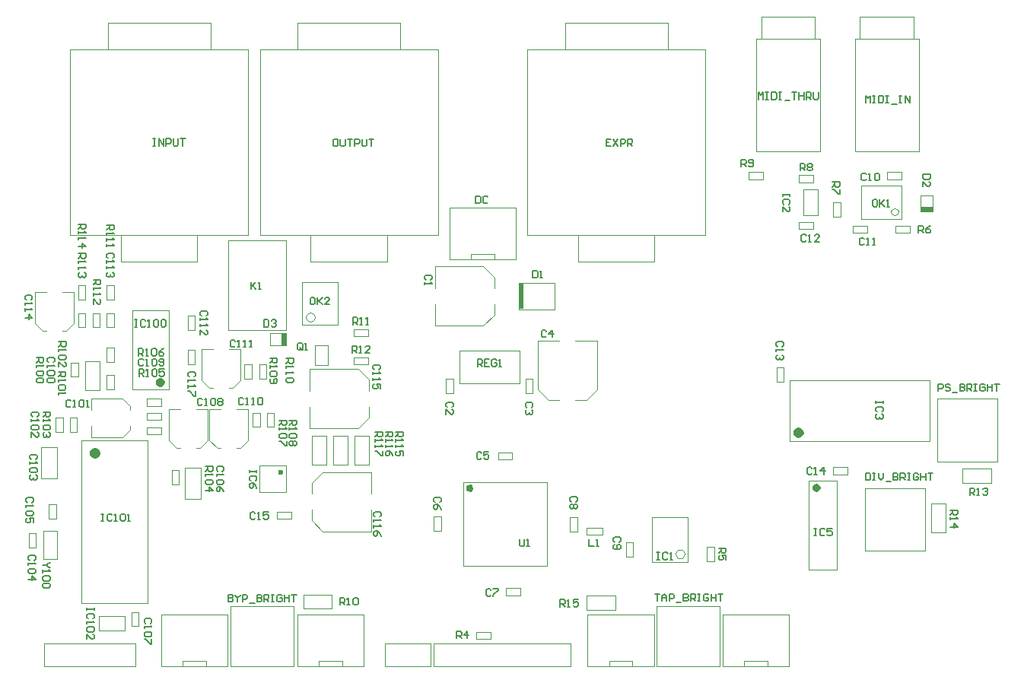
<source format=gto>
G04*
G04 #@! TF.GenerationSoftware,Altium Limited,Altium Designer,20.1.11 (218)*
G04*
G04 Layer_Color=65535*
%FSLAX25Y25*%
%MOIN*%
G70*
G04*
G04 #@! TF.SameCoordinates,FE814F26-7F82-419D-9895-0DDABB92EEBD*
G04*
G04*
G04 #@! TF.FilePolarity,Positive*
G04*
G01*
G75*
%ADD10C,0.02362*%
%ADD11C,0.01575*%
%ADD12C,0.02362*%
%ADD13C,0.00394*%
%ADD14C,0.00394*%
%ADD15C,0.00591*%
%ADD16R,0.02118X0.11417*%
%ADD17R,0.05315X0.02067*%
%ADD18R,0.02067X0.05315*%
D10*
X116345Y90672D02*
D03*
D11*
X199705Y83661D02*
X199161Y84410D01*
X198280Y84124D01*
Y83199D01*
X199161Y82912D01*
X199705Y83661D01*
D12*
X35987Y99007D02*
X35542Y99930D01*
X34543Y100158D01*
X33742Y99519D01*
Y98494D01*
X34543Y97855D01*
X35542Y98084D01*
X35987Y99007D01*
X344193Y107972D02*
X343748Y108896D01*
X342749Y109124D01*
X341948Y108485D01*
Y107460D01*
X342749Y106821D01*
X343748Y107049D01*
X344193Y107972D01*
X64138Y130095D02*
X63594Y130843D01*
X62713Y130557D01*
Y129632D01*
X63594Y129346D01*
X64138Y130095D01*
X351626Y83902D02*
X351082Y84650D01*
X350202Y84364D01*
Y83439D01*
X351082Y83153D01*
X351626Y83902D01*
D13*
X131102Y158661D02*
X130839Y159646D01*
X130118Y160366D01*
X129134Y160630D01*
X128150Y160366D01*
X127429Y159646D01*
X127165Y158661D01*
X127429Y157677D01*
X128150Y156957D01*
X129134Y156693D01*
X130118Y156957D01*
X130839Y157677D01*
X131102Y158661D01*
X386811Y204724D02*
X386510Y205650D01*
X385723Y206222D01*
X384750D01*
X383962Y205650D01*
X383662Y204724D01*
X383962Y203799D01*
X384750Y203227D01*
X385723D01*
X386510Y203799D01*
X386811Y204724D01*
X293110Y54724D02*
X292846Y55709D01*
X292126Y56429D01*
X291142Y56693D01*
X290158Y56429D01*
X289437Y55709D01*
X289173Y54724D01*
X289437Y53740D01*
X290158Y53020D01*
X291142Y52756D01*
X292126Y53020D01*
X292846Y53740D01*
X293110Y54724D01*
X118648Y81791D02*
Y93602D01*
X106837Y81791D02*
Y93602D01*
Y81791D02*
X118648D01*
X106837Y93602D02*
X118648D01*
X181772Y5531D02*
Y15531D01*
X161772Y5531D02*
Y15531D01*
Y15531D02*
X181772D01*
X161772Y5531D02*
X181772D01*
X309941Y28218D02*
X339075D01*
X309941Y5580D02*
Y28218D01*
Y5580D02*
X339075D01*
Y28218D01*
X329626Y5807D02*
Y7775D01*
X319390D02*
X329626D01*
X319390Y5807D02*
Y7775D01*
X250669Y28218D02*
X279803D01*
X250669Y5580D02*
Y28218D01*
Y5580D02*
X279803D01*
Y28218D01*
X270354Y5807D02*
Y7775D01*
X260118D02*
X270354D01*
X260118Y5807D02*
Y7775D01*
X308641Y5621D02*
Y31999D01*
X281082Y5621D02*
X308641D01*
X281082Y31999D02*
X308641D01*
X281082Y5621D02*
Y31999D01*
X403972Y95257D02*
X430350D01*
X403972D02*
Y122816D01*
X430350Y95257D02*
Y122816D01*
X403972D02*
X430350D01*
X12657Y5614D02*
X52657D01*
X12657Y15614D02*
X52657D01*
X12657Y5614D02*
Y15613D01*
X52657Y5614D02*
Y15614D01*
X183110Y15531D02*
X243110D01*
X183110Y5531D02*
X243110D01*
Y5532D02*
Y15531D01*
X183110Y5531D02*
Y15531D01*
X107122Y194685D02*
Y275787D01*
Y194685D02*
X129390D01*
Y182874D02*
Y194685D01*
Y182874D02*
X162854D01*
Y194685D01*
X129390D02*
X162854D01*
X185122D01*
Y275787D01*
X168563D02*
X185122D01*
X168563D02*
Y287401D01*
X123681D02*
X168563D01*
X123681Y275787D02*
X168563D01*
X123681D02*
Y287401D01*
X107122Y275787D02*
X123681D01*
X23992Y194685D02*
Y275787D01*
Y194685D02*
X46260D01*
Y182874D02*
Y194685D01*
Y182874D02*
X79724D01*
Y194685D01*
X46260D02*
X79724D01*
X101992D01*
Y275787D01*
X85433D02*
X101992D01*
X85433D02*
Y287401D01*
X40551D02*
X85433D01*
X40551Y275787D02*
X85433D01*
X40551D02*
Y287401D01*
X23992Y275787D02*
X40551D01*
X123504Y28317D02*
X152638D01*
X123504Y5679D02*
Y28317D01*
Y5679D02*
X152638D01*
Y28317D01*
X143189Y5906D02*
Y7874D01*
X132953D02*
X143189D01*
X132953Y5906D02*
Y7874D01*
X224327Y194685D02*
Y275787D01*
Y194685D02*
X246595D01*
Y182874D02*
Y194685D01*
Y182874D02*
X280059D01*
Y194685D01*
X246595D02*
X280059D01*
X302327D01*
Y275787D01*
X285768D02*
X302327D01*
X285768D02*
Y287401D01*
X240886D02*
X285768D01*
X240886Y275787D02*
X285768D01*
X240886D02*
Y287401D01*
X224327Y275787D02*
X240886D01*
X372110Y83661D02*
X398488D01*
Y56102D02*
Y83661D01*
X372110Y56102D02*
Y83661D01*
Y56102D02*
X398488D01*
X190276Y206663D02*
X219409D01*
X190276Y184025D02*
Y206663D01*
Y184025D02*
X219409D01*
Y206663D01*
X209961Y184252D02*
Y186220D01*
X199724D02*
X209961D01*
X199724Y184252D02*
Y186220D01*
X63779Y28317D02*
X92914D01*
X63779Y5679D02*
Y28317D01*
Y5679D02*
X92914D01*
Y28317D01*
X83464Y5906D02*
Y7874D01*
X73228D02*
X83464D01*
X73228Y5906D02*
Y7874D01*
X121919Y5621D02*
Y31999D01*
X94360Y5621D02*
X121919D01*
X94360Y31999D02*
X121919D01*
X94360Y5621D02*
Y31999D01*
X12216Y52461D02*
X18099D01*
X12205Y64973D02*
X18088D01*
X18110Y64951D01*
Y52461D02*
Y64951D01*
X12205Y52461D02*
Y64973D01*
Y52461D02*
X18110D01*
X196358Y49606D02*
Y86221D01*
Y49606D02*
X232972D01*
Y86221D01*
X196358D02*
X232972D01*
X257232Y63287D02*
Y66339D01*
X250244Y63287D02*
X257232D01*
X250244D02*
Y66339D01*
X257232D01*
X58071Y33149D02*
Y104409D01*
X28937Y33149D02*
Y104409D01*
X30906Y33149D02*
X58071D01*
X30906Y104409D02*
X58071D01*
X28937Y33149D02*
X30906D01*
X28937Y104409D02*
X30906D01*
X354619Y104234D02*
X385328D01*
X339265Y131006D02*
X400682D01*
X339265Y104234D02*
Y131006D01*
X400682Y104234D02*
Y131006D01*
X385328Y104234D02*
X400682D01*
X339265D02*
X354619D01*
X120912Y70217D02*
Y73366D01*
X114613Y70217D02*
Y73366D01*
X120912D01*
X114613Y70217D02*
X120912D01*
X324606Y280512D02*
X326772D01*
Y290354D01*
X350394D01*
Y280512D02*
Y290354D01*
X352559Y231299D02*
Y280512D01*
X324606Y231299D02*
X352559D01*
X324606D02*
Y280512D01*
X350394D02*
X352559D01*
X326772D02*
X350394D01*
X183268Y64862D02*
Y71161D01*
X186417Y64862D02*
Y71161D01*
X183268D02*
X186417D01*
X183268Y64862D02*
X186417D01*
X211417Y99311D02*
X217717D01*
X211417Y96161D02*
X217717D01*
Y99311D01*
X211417Y96161D02*
Y99311D01*
X370079Y280512D02*
X393701D01*
X395866D01*
X367913Y231299D02*
Y280512D01*
Y231299D02*
X395866D01*
Y280512D01*
X393701D02*
Y290354D01*
X370079D02*
X393701D01*
X370079Y280512D02*
Y290354D01*
X367913Y280512D02*
X370079D01*
X48028Y21177D02*
Y27476D01*
X36610D02*
X48028D01*
X36610Y21177D02*
X48028D01*
X36610D02*
Y27476D01*
X50882Y23047D02*
Y29346D01*
X54031Y23047D02*
Y29346D01*
X50882D02*
X54031D01*
X50882Y23047D02*
X54031D01*
X220472Y173425D02*
X236221D01*
X220472Y162008D02*
X236221D01*
Y173425D01*
X220472Y162008D02*
Y173425D01*
X254823Y126856D02*
Y148116D01*
X245331D02*
X254823D01*
X228838D02*
X238331D01*
X228838Y126856D02*
Y148116D01*
X245331Y122132D02*
X250098D01*
X254823Y126856D01*
X228838D02*
X233563Y122132D01*
X238331D01*
X183774Y180709D02*
X205034D01*
X183774Y171216D02*
Y180709D01*
Y154724D02*
Y164216D01*
Y154724D02*
X205034D01*
X209758Y171216D02*
Y175984D01*
X205034Y180709D02*
X209758Y175984D01*
X205034Y154724D02*
X209758Y159449D01*
Y164216D01*
X194488Y129429D02*
Y143996D01*
X220866Y129429D02*
Y143996D01*
X194488D02*
X220866D01*
X194488Y129429D02*
X220866D01*
X226673Y125098D02*
Y131398D01*
X223524Y125098D02*
Y131398D01*
Y125098D02*
X226673D01*
X223524Y131398D02*
X226673D01*
X191831Y125098D02*
Y131398D01*
X188681Y125098D02*
Y131398D01*
Y125098D02*
X191831D01*
X188681Y131398D02*
X191831D01*
X93110Y152756D02*
X118701D01*
X93110D02*
Y192126D01*
X118701D01*
Y152756D02*
Y192126D01*
X250157Y30266D02*
Y36566D01*
X262756Y30266D02*
Y36566D01*
X250157D02*
X262756D01*
X250157Y30266D02*
X262756D01*
X138681Y30709D02*
Y37008D01*
X126083Y30709D02*
Y37008D01*
Y30709D02*
X138681D01*
X126083Y37008D02*
X138681D01*
X39961Y154035D02*
Y160335D01*
X43110Y154035D02*
Y160335D01*
X39961D02*
X43110D01*
X39961Y154035D02*
X43110D01*
X67350Y126772D02*
Y161417D01*
X51350Y126772D02*
Y161417D01*
Y126772D02*
X67350D01*
X51350Y161417D02*
X67350D01*
X36909Y154035D02*
Y160335D01*
X33760Y154035D02*
Y160335D01*
Y154035D02*
X36909D01*
X33760Y160335D02*
X36909D01*
X39961Y166142D02*
Y172441D01*
X43110Y166142D02*
Y172441D01*
X39961D02*
X43110D01*
X39961Y166142D02*
X43110D01*
X27559Y154035D02*
Y160335D01*
X30709Y154035D02*
Y160335D01*
X27559D02*
X30709D01*
X27559Y154035D02*
X30709D01*
Y166142D02*
Y172441D01*
X27559Y166142D02*
Y172441D01*
Y166142D02*
X30709D01*
X27559Y172441D02*
X30709D01*
X125591Y155118D02*
X141339D01*
X125591Y174016D02*
X141339D01*
Y155118D02*
Y174016D01*
X125591Y155118D02*
Y174016D01*
X131378Y146306D02*
X136791D01*
X131378Y137645D02*
X136791D01*
X131378Y144436D02*
Y146306D01*
Y137645D02*
Y144436D01*
X136791Y137645D02*
Y146306D01*
X148327Y150197D02*
Y153347D01*
X154626Y150197D02*
Y153347D01*
X148327Y150197D02*
X154626D01*
X148327Y153347D02*
X154626D01*
X148228Y137842D02*
Y140991D01*
X154527Y137842D02*
Y140991D01*
X148228Y137842D02*
X154527D01*
X148228Y140991D02*
X154527D01*
X148637Y93898D02*
X154936D01*
X148637Y106496D02*
X154936D01*
X148637Y93898D02*
Y106496D01*
X154936Y93898D02*
Y106496D01*
X139252D02*
X145551D01*
X139252Y93898D02*
X145551D01*
Y106496D01*
X139252Y93898D02*
Y106496D01*
X129921D02*
X136221D01*
X129921Y93898D02*
X136221D01*
Y106496D01*
X129921Y93898D02*
Y106496D01*
X134730Y64665D02*
X155990D01*
Y74158D01*
Y81157D02*
Y90650D01*
X134730D02*
X155990D01*
X130006Y69390D02*
Y74158D01*
Y69390D02*
X134730Y64665D01*
X130006Y85925D02*
X134730Y90650D01*
X130006Y81157D02*
Y85925D01*
X321161Y222146D02*
X327461D01*
X321161Y218996D02*
X327461D01*
Y222146D01*
X321161Y218996D02*
Y222146D01*
X343307Y217618D02*
X349606D01*
X343307Y220768D02*
X349606D01*
X343307Y217618D02*
Y220768D01*
X349606Y217618D02*
Y220768D01*
X345177Y214567D02*
X351476D01*
X345177Y203150D02*
Y214567D01*
X351476Y203150D02*
Y214567D01*
X345177Y203150D02*
X351476D01*
X343307Y200197D02*
X349606D01*
X343307Y197047D02*
X349606D01*
Y200197D01*
X343307Y197047D02*
Y200197D01*
X396555Y211910D02*
X401870D01*
Y204823D02*
Y211910D01*
X396555Y204823D02*
X401870D01*
X396555D02*
Y211910D01*
X381791Y218996D02*
X388090D01*
X381791Y222146D02*
X388090D01*
X381791Y218996D02*
Y222146D01*
X388090Y218996D02*
Y222146D01*
X370473Y201575D02*
X388386D01*
Y216142D01*
X370473D02*
X388386D01*
X370473Y201575D02*
Y216142D01*
X361457Y202658D02*
Y208957D01*
X358307Y202658D02*
Y208957D01*
Y202658D02*
X361457D01*
X358307Y208957D02*
X361457D01*
X366929Y195473D02*
X373228D01*
X366929Y198622D02*
X373228D01*
X366929Y195473D02*
Y198622D01*
X373228Y195473D02*
Y198622D01*
X385630Y195472D02*
X391929D01*
X385630Y198622D02*
X391929D01*
X385630Y195472D02*
Y198622D01*
X391929Y195472D02*
Y198622D01*
X333465Y130118D02*
Y136417D01*
X336614Y130118D02*
Y136417D01*
X333465D02*
X336614D01*
X333465Y130118D02*
X336614D01*
X415020Y85827D02*
Y92126D01*
X427618Y85827D02*
Y92126D01*
X415020D02*
X427618D01*
X415020Y85827D02*
X427618D01*
X401181Y76772D02*
X407480D01*
X401181Y64173D02*
X407480D01*
Y76772D01*
X401181Y64173D02*
Y76772D01*
X358169Y92716D02*
X364469D01*
X358169Y89567D02*
X364469D01*
Y92716D01*
X358169Y89567D02*
Y92716D01*
X347736Y47913D02*
X359941D01*
X347736Y86890D02*
X359941D01*
Y47913D02*
Y86890D01*
X347736Y47913D02*
Y86890D01*
X306102Y51476D02*
Y57776D01*
X302953Y51476D02*
Y57776D01*
Y51476D02*
X306102D01*
X302953Y57776D02*
X306102D01*
X294685Y51181D02*
Y70866D01*
X278937Y51181D02*
Y70866D01*
X294685D01*
X278937Y51181D02*
X294685D01*
X267421Y53445D02*
Y59744D01*
X270571Y53445D02*
Y59744D01*
X267421D02*
X270571D01*
X267421Y53445D02*
X270571D01*
X246161Y64567D02*
Y70866D01*
X243012Y64567D02*
Y70866D01*
Y64567D02*
X246161D01*
X243012Y70866D02*
X246161D01*
X214961Y36614D02*
X221260D01*
X214961Y39764D02*
X221260D01*
X214961Y36614D02*
Y39764D01*
X221260Y36614D02*
Y39764D01*
X201909Y20669D02*
X208209D01*
X201909Y17520D02*
X208209D01*
Y20669D01*
X201909Y17520D02*
Y20669D01*
X75590Y152894D02*
Y159193D01*
X78740Y152894D02*
Y159193D01*
X75590D02*
X78740D01*
X75590Y152894D02*
X78740D01*
X75590Y137894D02*
Y144193D01*
X78740Y137894D02*
Y144193D01*
X75590D02*
X78740D01*
X75590Y137894D02*
X78740D01*
X95113Y127605D02*
X98460Y130952D01*
Y144535D01*
X93539Y127605D02*
X95113D01*
X93539Y144535D02*
X98460D01*
X81531D02*
X86452D01*
X84877Y127605D02*
X86452D01*
X81531Y130952D02*
X84877Y127605D01*
X81531Y130952D02*
Y144535D01*
X111559Y146161D02*
X118646D01*
Y151476D01*
X111559D02*
X118646D01*
X111559Y146161D02*
Y151476D01*
X128868Y135827D02*
X150127D01*
X128868Y126335D02*
Y135827D01*
Y109843D02*
Y119335D01*
Y109843D02*
X150127D01*
X154852Y126335D02*
Y131102D01*
X150127Y135827D02*
X154852Y131102D01*
X150127Y109843D02*
X154852Y114567D01*
Y119335D01*
X113287Y110395D02*
Y116694D01*
X110138Y110395D02*
Y116694D01*
Y110395D02*
X113287D01*
X110138Y116694D02*
X113287D01*
X103937Y110395D02*
Y116694D01*
X107087Y110395D02*
Y116694D01*
X103937D02*
X107087D01*
X103937Y110395D02*
X107087D01*
X110039Y131693D02*
Y137992D01*
X106890Y131693D02*
Y137992D01*
Y131693D02*
X110039D01*
X106890Y137992D02*
X110039D01*
X100291Y131693D02*
Y137992D01*
X103440Y131693D02*
Y137992D01*
X100291D02*
X103440D01*
X100291Y131693D02*
X103440D01*
X57480Y119587D02*
X63779D01*
X57480Y122736D02*
X63779D01*
X57480Y119587D02*
Y122736D01*
X63779Y119587D02*
Y122736D01*
X57480Y110335D02*
X63779D01*
X57480Y107185D02*
X63779D01*
Y110335D01*
X57480Y107185D02*
Y110335D01*
X98657Y101156D02*
X102003Y104502D01*
Y118085D01*
X97082Y101156D02*
X98657D01*
X97082Y118085D02*
X102003D01*
X85074D02*
X89995D01*
X88420Y101156D02*
X89995D01*
X85074Y104502D02*
X88420Y101156D01*
X85074Y104502D02*
Y118085D01*
X80905Y101156D02*
X84252Y104502D01*
Y118085D01*
X79330Y101156D02*
X80905D01*
X79330Y118085D02*
X84252D01*
X67322D02*
X72244D01*
X70669Y101156D02*
X72244D01*
X67322Y104502D02*
X70669Y101156D01*
X67322Y104502D02*
Y118085D01*
X68504Y85079D02*
Y91378D01*
X71653Y85079D02*
Y91378D01*
X68504D02*
X71653D01*
X68504Y85079D02*
X71653D01*
X74354Y78937D02*
X81354D01*
X74354Y92520D02*
X81354D01*
X74354Y78937D02*
Y92520D01*
X81354Y78937D02*
Y92520D01*
X46764Y122835D02*
X50111Y119488D01*
X33182Y122835D02*
X46764D01*
X50111Y117913D02*
Y119488D01*
X33182Y117913D02*
Y122835D01*
Y105905D02*
Y110827D01*
X50111Y109252D02*
Y110827D01*
X46765Y105905D02*
X50111Y109252D01*
X33182Y105905D02*
X46765D01*
X57480Y113386D02*
X63779D01*
X57480Y116535D02*
X63779D01*
X57480Y113386D02*
Y116535D01*
X63779Y113386D02*
Y116535D01*
X14665Y70079D02*
Y76378D01*
X17815Y70079D02*
Y76378D01*
X14665D02*
X17815D01*
X14665Y70079D02*
X17815D01*
X5807Y57480D02*
Y63779D01*
X8957Y57480D02*
Y63779D01*
X5807D02*
X8957D01*
X5807Y57480D02*
X8957D01*
X11165Y101417D02*
X18165D01*
X11165Y87835D02*
X18165D01*
Y101417D01*
X11165Y87835D02*
Y101417D01*
X23819Y108169D02*
Y114468D01*
X26969Y108169D02*
Y114468D01*
X23819D02*
X26969D01*
X23819Y108169D02*
X26969D01*
X20768D02*
Y114468D01*
X17618Y108169D02*
Y114468D01*
Y108169D02*
X20768D01*
X17618Y114468D02*
X20768D01*
X43110Y126870D02*
Y133169D01*
X39961Y126870D02*
Y133169D01*
Y126870D02*
X43110D01*
X39961Y133169D02*
X43110D01*
Y138996D02*
Y145295D01*
X39961Y138996D02*
Y145295D01*
Y138996D02*
X43110D01*
X39961Y145295D02*
X43110D01*
X36922Y126476D02*
Y139075D01*
X30623Y126476D02*
Y139075D01*
X36922D01*
X30623Y126476D02*
X36922D01*
X27559Y132382D02*
Y138681D01*
X24409Y132382D02*
Y138681D01*
Y132382D02*
X27559D01*
X24409Y138681D02*
X27559D01*
X22146Y152645D02*
X25492Y155991D01*
Y169574D01*
X20571Y152645D02*
X22146D01*
X20571Y169574D02*
X25492D01*
X8563D02*
X13484D01*
X11909Y152645D02*
X13484D01*
X8563Y155991D02*
X11909Y152645D01*
X8563Y155991D02*
Y169574D01*
D14*
X81791Y93504D02*
D03*
X11122Y86850D02*
D03*
D15*
X105708Y91534D02*
Y90485D01*
Y91009D01*
X102560D01*
Y91534D01*
Y90485D01*
X105183Y86811D02*
X105708Y87336D01*
Y88386D01*
X105183Y88910D01*
X103084D01*
X102560Y88386D01*
Y87336D01*
X103084Y86811D01*
X105708Y83663D02*
X105183Y84712D01*
X104134Y85762D01*
X103084D01*
X102560Y85237D01*
Y84187D01*
X103084Y83663D01*
X103609D01*
X104134Y84187D01*
Y85762D01*
X260894Y236614D02*
X258794D01*
Y233465D01*
X260894D01*
X258794Y235039D02*
X259844D01*
X261943Y236614D02*
X264042Y233465D01*
Y236614D02*
X261943Y233465D01*
X265092D02*
Y236614D01*
X266666D01*
X267191Y236089D01*
Y235039D01*
X266666Y234515D01*
X265092D01*
X268240Y233465D02*
Y236614D01*
X269815D01*
X270339Y236089D01*
Y235039D01*
X269815Y234515D01*
X268240D01*
X269290D02*
X270339Y233465D01*
X251346Y61358D02*
Y58209D01*
X253445D01*
X254494D02*
X255544D01*
X255019D01*
Y61358D01*
X254494Y60833D01*
X245636Y77690D02*
X246161Y78215D01*
Y79264D01*
X245636Y79789D01*
X243537D01*
X243012Y79264D01*
Y78215D01*
X243537Y77690D01*
X245636Y76641D02*
X246161Y76116D01*
Y75066D01*
X245636Y74541D01*
X245111D01*
X244587Y75066D01*
X244062Y74541D01*
X243537D01*
X243012Y75066D01*
Y76116D01*
X243537Y76641D01*
X244062D01*
X244587Y76116D01*
X245111Y76641D01*
X245636D01*
X244587Y76116D02*
Y75066D01*
X105053Y72605D02*
X104528Y73129D01*
X103479D01*
X102954Y72605D01*
Y70506D01*
X103479Y69981D01*
X104528D01*
X105053Y70506D01*
X106103Y69981D02*
X107152D01*
X106627D01*
Y73129D01*
X106103Y72605D01*
X110826Y73129D02*
X108726D01*
Y71555D01*
X109776Y72080D01*
X110301D01*
X110826Y71555D01*
Y70506D01*
X110301Y69981D01*
X109251D01*
X108726Y70506D01*
X37600Y72342D02*
X38650D01*
X38125D01*
Y69193D01*
X37600D01*
X38650D01*
X42323Y71817D02*
X41799Y72342D01*
X40749D01*
X40224Y71817D01*
Y69718D01*
X40749Y69193D01*
X41799D01*
X42323Y69718D01*
X43373Y69193D02*
X44422D01*
X43898D01*
Y72342D01*
X43373Y71817D01*
X45997D02*
X46521Y72342D01*
X47571D01*
X48096Y71817D01*
Y69718D01*
X47571Y69193D01*
X46521D01*
X45997Y69718D01*
Y71817D01*
X49145Y69193D02*
X50195D01*
X49670D01*
Y72342D01*
X49145Y71817D01*
X147541Y142862D02*
Y146010D01*
X149115D01*
X149640Y145486D01*
Y144436D01*
X149115Y143912D01*
X147541D01*
X148590D02*
X149640Y142862D01*
X150689D02*
X151739D01*
X151214D01*
Y146010D01*
X150689Y145486D01*
X155412Y142862D02*
X153313D01*
X155412Y144961D01*
Y145486D01*
X154887Y146010D01*
X153838D01*
X153313Y145486D01*
X15157Y50884D02*
X14632D01*
X13583Y49834D01*
X14632Y48785D01*
X15157D01*
X13583Y49834D02*
X12008D01*
Y47735D02*
Y46686D01*
Y47211D01*
X15157D01*
X14632Y47735D01*
Y45112D02*
X15157Y44587D01*
Y43537D01*
X14632Y43013D01*
X12533D01*
X12008Y43537D01*
Y44587D01*
X12533Y45112D01*
X14632D01*
Y41963D02*
X15157Y41438D01*
Y40389D01*
X14632Y39864D01*
X12533D01*
X12008Y40389D01*
Y41438D01*
X12533Y41963D01*
X14632D01*
X147869Y155315D02*
Y158464D01*
X149443D01*
X149968Y157939D01*
Y156890D01*
X149443Y156365D01*
X147869D01*
X148918D02*
X149968Y155315D01*
X151017D02*
X152067D01*
X151542D01*
Y158464D01*
X151017Y157939D01*
X153641Y155315D02*
X154691D01*
X154166D01*
Y158464D01*
X153641Y157939D01*
X220932Y61318D02*
Y58695D01*
X221457Y58170D01*
X222507D01*
X223031Y58695D01*
Y61318D01*
X224081Y58170D02*
X225131D01*
X224606D01*
Y61318D01*
X224081Y60794D01*
X202430Y136910D02*
Y140059D01*
X204004D01*
X204529Y139534D01*
Y138484D01*
X204004Y137960D01*
X202430D01*
X203479D02*
X204529Y136910D01*
X207677Y140059D02*
X205578D01*
Y136910D01*
X207677D01*
X205578Y138484D02*
X206628D01*
X210826Y139534D02*
X210301Y140059D01*
X209251D01*
X208727Y139534D01*
Y137435D01*
X209251Y136910D01*
X210301D01*
X210826Y137435D01*
Y138484D01*
X209776D01*
X211875Y136910D02*
X212925D01*
X212400D01*
Y140059D01*
X211875Y139534D01*
X308170Y57320D02*
X311318D01*
Y55746D01*
X310794Y55221D01*
X309744D01*
X309219Y55746D01*
Y57320D01*
Y56270D02*
X308170Y55221D01*
X311318Y52072D02*
Y54171D01*
X309744D01*
X310269Y53122D01*
Y52597D01*
X309744Y52072D01*
X308695D01*
X308170Y52597D01*
Y53646D01*
X308695Y54171D01*
X357973Y217781D02*
X361122D01*
Y216207D01*
X360597Y215682D01*
X359547D01*
X359022Y216207D01*
Y217781D01*
Y216732D02*
X357973Y215682D01*
X361122Y214633D02*
Y212534D01*
X360597D01*
X358498Y214633D01*
X357973D01*
X418112Y80512D02*
Y83661D01*
X419686D01*
X420211Y83136D01*
Y82087D01*
X419686Y81562D01*
X418112D01*
X419161D02*
X420211Y80512D01*
X421260D02*
X422310D01*
X421785D01*
Y83661D01*
X421260Y83136D01*
X423884D02*
X424409Y83661D01*
X425458D01*
X425983Y83136D01*
Y82611D01*
X425458Y82087D01*
X424933D01*
X425458D01*
X425983Y81562D01*
Y81037D01*
X425458Y80512D01*
X424409D01*
X423884Y81037D01*
X193341Y17717D02*
Y20866D01*
X194915D01*
X195440Y20341D01*
Y19291D01*
X194915Y18767D01*
X193341D01*
X194390D02*
X195440Y17717D01*
X198064D02*
Y20866D01*
X196489Y19291D01*
X198588D01*
X280123Y37270D02*
X282222D01*
X281172D01*
Y34121D01*
X283272D02*
Y36220D01*
X284321Y37270D01*
X285371Y36220D01*
Y34121D01*
Y35695D01*
X283272D01*
X286420Y34121D02*
Y37270D01*
X287994D01*
X288519Y36745D01*
Y35695D01*
X287994Y35171D01*
X286420D01*
X289569Y33596D02*
X291668D01*
X292717Y37270D02*
Y34121D01*
X294292D01*
X294816Y34646D01*
Y35171D01*
X294292Y35695D01*
X292717D01*
X294292D01*
X294816Y36220D01*
Y36745D01*
X294292Y37270D01*
X292717D01*
X295866Y34121D02*
Y37270D01*
X297440D01*
X297965Y36745D01*
Y35695D01*
X297440Y35171D01*
X295866D01*
X296915D02*
X297965Y34121D01*
X299014Y37270D02*
X300064D01*
X299539D01*
Y34121D01*
X299014D01*
X300064D01*
X303737Y36745D02*
X303213Y37270D01*
X302163D01*
X301638Y36745D01*
Y34646D01*
X302163Y34121D01*
X303213D01*
X303737Y34646D01*
Y35695D01*
X302688D01*
X304787Y37270D02*
Y34121D01*
Y35695D01*
X306886D01*
Y37270D01*
Y34121D01*
X307935Y37270D02*
X310034D01*
X308985D01*
Y34121D01*
X142226Y32382D02*
Y35531D01*
X143800D01*
X144325Y35006D01*
Y33957D01*
X143800Y33432D01*
X142226D01*
X143275D02*
X144325Y32382D01*
X145374D02*
X146424D01*
X145899D01*
Y35531D01*
X145374Y35006D01*
X147998D02*
X148523Y35531D01*
X149572D01*
X150097Y35006D01*
Y32907D01*
X149572Y32382D01*
X148523D01*
X147998Y32907D01*
Y35006D01*
X318045Y224508D02*
Y227657D01*
X319620D01*
X320145Y227132D01*
Y226083D01*
X319620Y225558D01*
X318045D01*
X319095D02*
X320145Y224508D01*
X321194Y225033D02*
X321719Y224508D01*
X322768D01*
X323293Y225033D01*
Y227132D01*
X322768Y227657D01*
X321719D01*
X321194Y227132D01*
Y226607D01*
X321719Y226083D01*
X323293D01*
X409646Y74015D02*
X412795D01*
Y72440D01*
X412270Y71915D01*
X411221D01*
X410696Y72440D01*
Y74015D01*
Y72965D02*
X409646Y71915D01*
Y70866D02*
Y69816D01*
Y70341D01*
X412795D01*
X412270Y70866D01*
X409646Y66668D02*
X412795D01*
X411221Y68242D01*
Y66143D01*
X404324Y126139D02*
Y129287D01*
X405899D01*
X406424Y128762D01*
Y127713D01*
X405899Y127188D01*
X404324D01*
X409572Y128762D02*
X409047Y129287D01*
X407998D01*
X407473Y128762D01*
Y128238D01*
X407998Y127713D01*
X409047D01*
X409572Y127188D01*
Y126663D01*
X409047Y126139D01*
X407998D01*
X407473Y126663D01*
X410622Y125614D02*
X412721D01*
X413770Y129287D02*
Y126139D01*
X415344D01*
X415869Y126663D01*
Y127188D01*
X415344Y127713D01*
X413770D01*
X415344D01*
X415869Y128238D01*
Y128762D01*
X415344Y129287D01*
X413770D01*
X416919Y126139D02*
Y129287D01*
X418493D01*
X419018Y128762D01*
Y127713D01*
X418493Y127188D01*
X416919D01*
X417968D02*
X419018Y126139D01*
X420067Y129287D02*
X421117D01*
X420592D01*
Y126139D01*
X420067D01*
X421117D01*
X424790Y128762D02*
X424265Y129287D01*
X423216D01*
X422691Y128762D01*
Y126663D01*
X423216Y126139D01*
X424265D01*
X424790Y126663D01*
Y127713D01*
X423741D01*
X425840Y129287D02*
Y126139D01*
Y127713D01*
X427939D01*
Y129287D01*
Y126139D01*
X428988Y129287D02*
X431087D01*
X430038D01*
Y126139D01*
X395703Y195473D02*
Y198621D01*
X397277D01*
X397802Y198097D01*
Y197047D01*
X397277Y196522D01*
X395703D01*
X396753D02*
X397802Y195473D01*
X400951Y198621D02*
X399901Y198097D01*
X398851Y197047D01*
Y195998D01*
X399376Y195473D01*
X400426D01*
X400951Y195998D01*
Y196522D01*
X400426Y197047D01*
X398851D01*
X372524Y90187D02*
Y87039D01*
X374099D01*
X374623Y87563D01*
Y89662D01*
X374099Y90187D01*
X372524D01*
X375673D02*
X376723D01*
X376198D01*
Y87039D01*
X375673D01*
X376723D01*
X378297Y90187D02*
Y88088D01*
X379346Y87039D01*
X380396Y88088D01*
Y90187D01*
X381445Y86514D02*
X383544D01*
X384594Y90187D02*
Y87039D01*
X386168D01*
X386693Y87563D01*
Y88088D01*
X386168Y88613D01*
X384594D01*
X386168D01*
X386693Y89138D01*
Y89662D01*
X386168Y90187D01*
X384594D01*
X387743Y87039D02*
Y90187D01*
X389317D01*
X389842Y89662D01*
Y88613D01*
X389317Y88088D01*
X387743D01*
X388792D02*
X389842Y87039D01*
X390891Y90187D02*
X391941D01*
X391416D01*
Y87039D01*
X390891D01*
X391941D01*
X395614Y89662D02*
X395089Y90187D01*
X394040D01*
X393515Y89662D01*
Y87563D01*
X394040Y87039D01*
X395089D01*
X395614Y87563D01*
Y88613D01*
X394565D01*
X396664Y90187D02*
Y87039D01*
Y88613D01*
X398763D01*
Y90187D01*
Y87039D01*
X399812Y90187D02*
X401911D01*
X400862D01*
Y87039D01*
X343931Y222737D02*
Y225885D01*
X345506D01*
X346030Y225361D01*
Y224311D01*
X345506Y223786D01*
X343931D01*
X344981D02*
X346030Y222737D01*
X347080Y225361D02*
X347605Y225885D01*
X348654D01*
X349179Y225361D01*
Y224836D01*
X348654Y224311D01*
X349179Y223786D01*
Y223261D01*
X348654Y222737D01*
X347605D01*
X347080Y223261D01*
Y223786D01*
X347605Y224311D01*
X347080Y224836D01*
Y225361D01*
X347605Y224311D02*
X348654D01*
X238675Y31693D02*
Y34842D01*
X240249D01*
X240774Y34317D01*
Y33268D01*
X240249Y32743D01*
X238675D01*
X239725D02*
X240774Y31693D01*
X241824D02*
X242873D01*
X242349D01*
Y34842D01*
X241824Y34317D01*
X246547Y34842D02*
X244447D01*
Y33268D01*
X245497Y33792D01*
X246022D01*
X246547Y33268D01*
Y32218D01*
X246022Y31693D01*
X244972D01*
X244447Y32218D01*
X157678Y108200D02*
X160826D01*
Y106626D01*
X160301Y106101D01*
X159252D01*
X158727Y106626D01*
Y108200D01*
Y107151D02*
X157678Y106101D01*
Y105052D02*
Y104002D01*
Y104527D01*
X160826D01*
X160301Y105052D01*
X157678Y102428D02*
Y101378D01*
Y101903D01*
X160826D01*
X160301Y102428D01*
X160826Y99804D02*
Y97705D01*
X160301D01*
X158202Y99804D01*
X157678D01*
X162205Y108200D02*
X165354D01*
Y106626D01*
X164829Y106101D01*
X163779D01*
X163255Y106626D01*
Y108200D01*
Y107151D02*
X162205Y106101D01*
Y105052D02*
Y104002D01*
Y104527D01*
X165354D01*
X164829Y105052D01*
X162205Y102428D02*
Y101378D01*
Y101903D01*
X165354D01*
X164829Y102428D01*
X165354Y97705D02*
X164829Y98755D01*
X163779Y99804D01*
X162730D01*
X162205Y99279D01*
Y98230D01*
X162730Y97705D01*
X163255D01*
X163779Y98230D01*
Y99804D01*
X166634Y108200D02*
X169783D01*
Y106626D01*
X169258Y106101D01*
X168209D01*
X167684Y106626D01*
Y108200D01*
Y107151D02*
X166634Y106101D01*
Y105052D02*
Y104002D01*
Y104527D01*
X169783D01*
X169258Y105052D01*
X166634Y102428D02*
Y101378D01*
Y101903D01*
X169783D01*
X169258Y102428D01*
X169783Y97705D02*
Y99804D01*
X168209D01*
X168733Y98755D01*
Y98230D01*
X168209Y97705D01*
X167159D01*
X166634Y98230D01*
Y99279D01*
X167159Y99804D01*
X27658Y199342D02*
X30807D01*
Y197768D01*
X30282Y197243D01*
X29232D01*
X28708Y197768D01*
Y199342D01*
Y198293D02*
X27658Y197243D01*
Y196194D02*
Y195144D01*
Y195669D01*
X30807D01*
X30282Y196194D01*
X27658Y193570D02*
Y192520D01*
Y193045D01*
X30807D01*
X30282Y193570D01*
X27658Y189372D02*
X30807D01*
X29232Y190946D01*
Y188847D01*
X27658Y186448D02*
X30807D01*
Y184874D01*
X30282Y184349D01*
X29232D01*
X28708Y184874D01*
Y186448D01*
Y185399D02*
X27658Y184349D01*
Y183300D02*
Y182250D01*
Y182775D01*
X30807D01*
X30282Y183300D01*
X27658Y180676D02*
Y179627D01*
Y180151D01*
X30807D01*
X30282Y180676D01*
Y178052D02*
X30807Y177527D01*
Y176478D01*
X30282Y175953D01*
X29757D01*
X29232Y176478D01*
Y177003D01*
Y176478D01*
X28708Y175953D01*
X28183D01*
X27658Y176478D01*
Y177527D01*
X28183Y178052D01*
X34253Y174822D02*
X37401D01*
Y173247D01*
X36876Y172723D01*
X35827D01*
X35302Y173247D01*
Y174822D01*
Y173772D02*
X34253Y172723D01*
Y171673D02*
Y170624D01*
Y171148D01*
X37401D01*
X36876Y171673D01*
X34253Y169049D02*
Y168000D01*
Y168525D01*
X37401D01*
X36876Y169049D01*
X34253Y164326D02*
Y166425D01*
X36351Y164326D01*
X36876D01*
X37401Y164851D01*
Y165901D01*
X36876Y166425D01*
X40060Y198817D02*
X43208D01*
Y197243D01*
X42683Y196718D01*
X41634D01*
X41109Y197243D01*
Y198817D01*
Y197768D02*
X40060Y196718D01*
Y195669D02*
Y194619D01*
Y195144D01*
X43208D01*
X42683Y195669D01*
X40060Y193045D02*
Y191995D01*
Y192520D01*
X43208D01*
X42683Y193045D01*
X40060Y190421D02*
Y189372D01*
Y189896D01*
X43208D01*
X42683Y190421D01*
X118603Y140385D02*
X121751D01*
Y138811D01*
X121227Y138286D01*
X120177D01*
X119652Y138811D01*
Y140385D01*
Y139336D02*
X118603Y138286D01*
Y137237D02*
Y136187D01*
Y136712D01*
X121751D01*
X121227Y137237D01*
X118603Y134613D02*
Y133563D01*
Y134088D01*
X121751D01*
X121227Y134613D01*
Y131989D02*
X121751Y131464D01*
Y130415D01*
X121227Y129890D01*
X119128D01*
X118603Y130415D01*
Y131464D01*
X119128Y131989D01*
X121227D01*
X111508Y140549D02*
X114657D01*
Y138975D01*
X114132Y138450D01*
X113083D01*
X112558Y138975D01*
Y140549D01*
Y139500D02*
X111508Y138450D01*
Y137401D02*
Y136351D01*
Y136876D01*
X114657D01*
X114132Y137401D01*
Y134777D02*
X114657Y134252D01*
Y133203D01*
X114132Y132678D01*
X112033D01*
X111508Y133203D01*
Y134252D01*
X112033Y134777D01*
X114132D01*
X112033Y131628D02*
X111508Y131104D01*
Y130054D01*
X112033Y129529D01*
X114132D01*
X114657Y130054D01*
Y131104D01*
X114132Y131628D01*
X113607D01*
X113083Y131104D01*
Y129529D01*
X120079Y113286D02*
X123228D01*
Y111711D01*
X122703Y111187D01*
X121653D01*
X121129Y111711D01*
Y113286D01*
Y112236D02*
X120079Y111187D01*
Y110137D02*
Y109088D01*
Y109612D01*
X123228D01*
X122703Y110137D01*
Y107513D02*
X123228Y106988D01*
Y105939D01*
X122703Y105414D01*
X120604D01*
X120079Y105939D01*
Y106988D01*
X120604Y107513D01*
X122703D01*
Y104365D02*
X123228Y103840D01*
Y102790D01*
X122703Y102266D01*
X122178D01*
X121653Y102790D01*
X121129Y102266D01*
X120604D01*
X120079Y102790D01*
Y103840D01*
X120604Y104365D01*
X121129D01*
X121653Y103840D01*
X122178Y104365D01*
X122703D01*
X121653Y103840D02*
Y102790D01*
X115650Y113286D02*
X118799D01*
Y111711D01*
X118274Y111187D01*
X117224D01*
X116700Y111711D01*
Y113286D01*
Y112236D02*
X115650Y111187D01*
Y110137D02*
Y109088D01*
Y109612D01*
X118799D01*
X118274Y110137D01*
Y107513D02*
X118799Y106988D01*
Y105939D01*
X118274Y105414D01*
X116175D01*
X115650Y105939D01*
Y106988D01*
X116175Y107513D01*
X118274D01*
X118799Y104365D02*
Y102266D01*
X118274D01*
X116175Y104365D01*
X115650D01*
X53939Y141634D02*
Y144783D01*
X55513D01*
X56038Y144258D01*
Y143209D01*
X55513Y142684D01*
X53939D01*
X54988D02*
X56038Y141634D01*
X57087D02*
X58137D01*
X57612D01*
Y144783D01*
X57087Y144258D01*
X59711D02*
X60236Y144783D01*
X61286D01*
X61810Y144258D01*
Y142159D01*
X61286Y141634D01*
X60236D01*
X59711Y142159D01*
Y144258D01*
X64959Y144783D02*
X63909Y144258D01*
X62860Y143209D01*
Y142159D01*
X63385Y141634D01*
X64434D01*
X64959Y142159D01*
Y142684D01*
X64434Y143209D01*
X62860D01*
X54136Y132678D02*
Y135826D01*
X55710D01*
X56235Y135301D01*
Y134252D01*
X55710Y133727D01*
X54136D01*
X55185D02*
X56235Y132678D01*
X57284D02*
X58334D01*
X57809D01*
Y135826D01*
X57284Y135301D01*
X59908D02*
X60433Y135826D01*
X61482D01*
X62007Y135301D01*
Y133202D01*
X61482Y132678D01*
X60433D01*
X59908Y133202D01*
Y135301D01*
X65156Y135826D02*
X63057D01*
Y134252D01*
X64106Y134777D01*
X64631D01*
X65156Y134252D01*
Y133202D01*
X64631Y132678D01*
X63581D01*
X63057Y133202D01*
X83303Y93108D02*
X86452D01*
Y91534D01*
X85927Y91009D01*
X84877D01*
X84352Y91534D01*
Y93108D01*
Y92059D02*
X83303Y91009D01*
Y89960D02*
Y88910D01*
Y89435D01*
X86452D01*
X85927Y89960D01*
Y87336D02*
X86452Y86811D01*
Y85762D01*
X85927Y85237D01*
X83828D01*
X83303Y85762D01*
Y86811D01*
X83828Y87336D01*
X85927D01*
X83303Y82613D02*
X86452D01*
X84877Y84188D01*
Y82088D01*
X12107Y117026D02*
X15255D01*
Y115452D01*
X14731Y114927D01*
X13681D01*
X13156Y115452D01*
Y117026D01*
Y115976D02*
X12107Y114927D01*
Y113877D02*
Y112828D01*
Y113352D01*
X15255D01*
X14731Y113877D01*
Y111253D02*
X15255Y110729D01*
Y109679D01*
X14731Y109154D01*
X12632D01*
X12107Y109679D01*
Y110729D01*
X12632Y111253D01*
X14731D01*
Y108105D02*
X15255Y107580D01*
Y106530D01*
X14731Y106006D01*
X14206D01*
X13681Y106530D01*
Y107055D01*
Y106530D01*
X13156Y106006D01*
X12632D01*
X12107Y106530D01*
Y107580D01*
X12632Y108105D01*
X18997Y147734D02*
X22145D01*
Y146160D01*
X21620Y145635D01*
X20571D01*
X20046Y146160D01*
Y147734D01*
Y146685D02*
X18997Y145635D01*
Y144586D02*
Y143536D01*
Y144061D01*
X22145D01*
X21620Y144586D01*
Y141962D02*
X22145Y141437D01*
Y140388D01*
X21620Y139863D01*
X19521D01*
X18997Y140388D01*
Y141437D01*
X19521Y141962D01*
X21620D01*
X18997Y136714D02*
Y138813D01*
X21096Y136714D01*
X21620D01*
X22145Y137239D01*
Y138289D01*
X21620Y138813D01*
X18800Y134513D02*
X21948D01*
Y132939D01*
X21424Y132414D01*
X20374D01*
X19849Y132939D01*
Y134513D01*
Y133463D02*
X18800Y132414D01*
Y131364D02*
Y130315D01*
Y130840D01*
X21948D01*
X21424Y131364D01*
Y128740D02*
X21948Y128216D01*
Y127166D01*
X21424Y126641D01*
X19324D01*
X18800Y127166D01*
Y128216D01*
X19324Y128740D01*
X21424D01*
X18800Y125592D02*
Y124542D01*
Y125067D01*
X21948D01*
X21424Y125592D01*
X9252Y140746D02*
X12401D01*
Y139172D01*
X11876Y138647D01*
X10827D01*
X10302Y139172D01*
Y140746D01*
Y139697D02*
X9252Y138647D01*
Y137598D02*
Y136548D01*
Y137073D01*
X12401D01*
X11876Y137598D01*
Y134974D02*
X12401Y134449D01*
Y133399D01*
X11876Y132875D01*
X9777D01*
X9252Y133399D01*
Y134449D01*
X9777Y134974D01*
X11876D01*
Y131825D02*
X12401Y131300D01*
Y130251D01*
X11876Y129726D01*
X9777D01*
X9252Y130251D01*
Y131300D01*
X9777Y131825D01*
X11876D01*
X125787Y144622D02*
Y146721D01*
X125263Y147246D01*
X124213D01*
X123688Y146721D01*
Y144622D01*
X124213Y144097D01*
X125263D01*
X124738Y145147D02*
X125787Y144097D01*
X125263D02*
X125787Y144622D01*
X126837Y144097D02*
X127886D01*
X127362D01*
Y147246D01*
X126837Y146721D01*
X140783Y236614D02*
X139734D01*
X139209Y236089D01*
Y233990D01*
X139734Y233465D01*
X140783D01*
X141308Y233990D01*
Y236089D01*
X140783Y236614D01*
X142358D02*
Y233990D01*
X142882Y233465D01*
X143932D01*
X144457Y233990D01*
Y236614D01*
X145506D02*
X147605D01*
X146556D01*
Y233465D01*
X148655D02*
Y236614D01*
X150229D01*
X150754Y236089D01*
Y235039D01*
X150229Y234515D01*
X148655D01*
X151803Y236614D02*
Y233990D01*
X152328Y233465D01*
X153378D01*
X153902Y233990D01*
Y236614D01*
X154952D02*
X157051D01*
X156001D01*
Y233465D01*
X377133Y210039D02*
X376084D01*
X375559Y209514D01*
Y207415D01*
X376084Y206890D01*
X377133D01*
X377658Y207415D01*
Y209514D01*
X377133Y210039D01*
X378708D02*
Y206890D01*
Y207940D01*
X380807Y210039D01*
X379232Y208465D01*
X380807Y206890D01*
X381856D02*
X382906D01*
X382381D01*
Y210039D01*
X381856Y209514D01*
X325562Y253905D02*
Y257053D01*
X326611Y256004D01*
X327661Y257053D01*
Y253905D01*
X328711Y257053D02*
X329760D01*
X329235D01*
Y253905D01*
X328711D01*
X329760D01*
X331334Y257053D02*
Y253905D01*
X332909D01*
X333433Y254429D01*
Y256528D01*
X332909Y257053D01*
X331334D01*
X334483D02*
X335532D01*
X335008D01*
Y253905D01*
X334483D01*
X335532D01*
X337107Y253380D02*
X339206D01*
X340255Y257053D02*
X342354D01*
X341305D01*
Y253905D01*
X343404Y257053D02*
Y253905D01*
Y255479D01*
X345503D01*
Y257053D01*
Y253905D01*
X346553D02*
Y257053D01*
X348127D01*
X348652Y256528D01*
Y255479D01*
X348127Y254954D01*
X346553D01*
X347602D02*
X348652Y253905D01*
X349701Y257053D02*
Y254429D01*
X350226Y253905D01*
X351275D01*
X351800Y254429D01*
Y257053D01*
X372477Y252527D02*
Y255675D01*
X373526Y254626D01*
X374576Y255675D01*
Y252527D01*
X375625Y255675D02*
X376675D01*
X376150D01*
Y252527D01*
X375625D01*
X376675D01*
X378249Y255675D02*
Y252527D01*
X379824D01*
X380348Y253051D01*
Y255151D01*
X379824Y255675D01*
X378249D01*
X381398D02*
X382447D01*
X381923D01*
Y252527D01*
X381398D01*
X382447D01*
X384022Y252002D02*
X386121D01*
X387170Y255675D02*
X388220D01*
X387695D01*
Y252527D01*
X387170D01*
X388220D01*
X389794D02*
Y255675D01*
X391893Y252527D01*
Y255675D01*
X130742Y167224D02*
X129693D01*
X129168Y166699D01*
Y164600D01*
X129693Y164075D01*
X130742D01*
X131267Y164600D01*
Y166699D01*
X130742Y167224D01*
X132317D02*
Y164075D01*
Y165125D01*
X134416Y167224D01*
X132841Y165650D01*
X134416Y164075D01*
X137564D02*
X135465D01*
X137564Y166174D01*
Y166699D01*
X137039Y167224D01*
X135990D01*
X135465Y166699D01*
X103314Y174015D02*
Y170867D01*
Y171916D01*
X105413Y174015D01*
X103839Y172441D01*
X105413Y170867D01*
X106463D02*
X107512D01*
X106988D01*
Y174015D01*
X106463Y173491D01*
X60266Y236712D02*
X61316D01*
X60791D01*
Y233563D01*
X60266D01*
X61316D01*
X62890D02*
Y236712D01*
X64989Y233563D01*
Y236712D01*
X66039Y233563D02*
Y236712D01*
X67613D01*
X68138Y236187D01*
Y235138D01*
X67613Y234613D01*
X66039D01*
X69187Y236712D02*
Y234088D01*
X69712Y233563D01*
X70761D01*
X71286Y234088D01*
Y236712D01*
X72336D02*
X74435D01*
X73385D01*
Y233563D01*
X349903Y65944D02*
X350952D01*
X350428D01*
Y62796D01*
X349903D01*
X350952D01*
X354626Y65420D02*
X354101Y65944D01*
X353051D01*
X352527Y65420D01*
Y63321D01*
X353051Y62796D01*
X354101D01*
X354626Y63321D01*
X357774Y65944D02*
X355675D01*
Y64370D01*
X356725Y64895D01*
X357249D01*
X357774Y64370D01*
Y63321D01*
X357249Y62796D01*
X356200D01*
X355675Y63321D01*
X281038Y55413D02*
X282087D01*
X281563D01*
Y52264D01*
X281038D01*
X282087D01*
X285761Y54888D02*
X285236Y55413D01*
X284186D01*
X283662Y54888D01*
Y52789D01*
X284186Y52264D01*
X285236D01*
X285761Y52789D01*
X286810Y52264D02*
X287860D01*
X287335D01*
Y55413D01*
X286810Y54888D01*
X380216Y121849D02*
Y120800D01*
Y121324D01*
X377067D01*
Y121849D01*
Y120800D01*
X379691Y117126D02*
X380216Y117651D01*
Y118701D01*
X379691Y119225D01*
X377592D01*
X377067Y118701D01*
Y117651D01*
X377592Y117126D01*
X379691Y116077D02*
X380216Y115552D01*
Y114502D01*
X379691Y113978D01*
X379167D01*
X378642Y114502D01*
Y115027D01*
Y114502D01*
X378117Y113978D01*
X377592D01*
X377067Y114502D01*
Y115552D01*
X377592Y116077D01*
X339370Y212696D02*
Y211646D01*
Y212171D01*
X336221D01*
Y212696D01*
Y211646D01*
X338845Y207973D02*
X339370Y208497D01*
Y209547D01*
X338845Y210072D01*
X336746D01*
X336221Y209547D01*
Y208497D01*
X336746Y207973D01*
X336221Y204824D02*
Y206923D01*
X338320Y204824D01*
X338845D01*
X339370Y205349D01*
Y206398D01*
X338845Y206923D01*
X34448Y31133D02*
Y30083D01*
Y30608D01*
X31300D01*
Y31133D01*
Y30083D01*
X33924Y26410D02*
X34448Y26935D01*
Y27984D01*
X33924Y28509D01*
X31824D01*
X31300Y27984D01*
Y26935D01*
X31824Y26410D01*
X31300Y25361D02*
Y24311D01*
Y24836D01*
X34448D01*
X33924Y25361D01*
Y22737D02*
X34448Y22212D01*
Y21162D01*
X33924Y20638D01*
X31824D01*
X31300Y21162D01*
Y22212D01*
X31824Y22737D01*
X33924D01*
X31300Y17489D02*
Y19588D01*
X33399Y17489D01*
X33924D01*
X34448Y18014D01*
Y19063D01*
X33924Y19588D01*
X52233Y157480D02*
X53283D01*
X52758D01*
Y154331D01*
X52233D01*
X53283D01*
X56956Y156955D02*
X56431Y157480D01*
X55382D01*
X54857Y156955D01*
Y154856D01*
X55382Y154331D01*
X56431D01*
X56956Y154856D01*
X58006Y154331D02*
X59055D01*
X58530D01*
Y157480D01*
X58006Y156955D01*
X60629D02*
X61154Y157480D01*
X62204D01*
X62729Y156955D01*
Y154856D01*
X62204Y154331D01*
X61154D01*
X60629Y154856D01*
Y156955D01*
X63778D02*
X64303Y157480D01*
X65352D01*
X65877Y156955D01*
Y154856D01*
X65352Y154331D01*
X64303D01*
X63778Y154856D01*
Y156955D01*
X201707Y211614D02*
Y208465D01*
X203281D01*
X203806Y208990D01*
Y211089D01*
X203281Y211614D01*
X201707D01*
X206955Y211089D02*
X206430Y211614D01*
X205380D01*
X204855Y211089D01*
Y208990D01*
X205380Y208465D01*
X206430D01*
X206955Y208990D01*
X400787Y221128D02*
X397638D01*
Y219553D01*
X398163Y219029D01*
X400262D01*
X400787Y219553D01*
Y221128D01*
X397638Y215880D02*
Y217979D01*
X399737Y215880D01*
X400262D01*
X400787Y216405D01*
Y217454D01*
X400262Y217979D01*
X108935Y157480D02*
Y154331D01*
X110510D01*
X111034Y154856D01*
Y156955D01*
X110510Y157480D01*
X108935D01*
X112084Y156955D02*
X112609Y157480D01*
X113658D01*
X114183Y156955D01*
Y156430D01*
X113658Y155905D01*
X113133D01*
X113658D01*
X114183Y155381D01*
Y154856D01*
X113658Y154331D01*
X112609D01*
X112084Y154856D01*
X226740Y178937D02*
Y175788D01*
X228314D01*
X228839Y176313D01*
Y178412D01*
X228314Y178937D01*
X226740D01*
X229888Y175788D02*
X230938D01*
X230413D01*
Y178937D01*
X229888Y178412D01*
X335892Y145636D02*
X336417Y146161D01*
Y147210D01*
X335892Y147735D01*
X333793D01*
X333268Y147210D01*
Y146161D01*
X333793Y145636D01*
X333268Y144586D02*
Y143537D01*
Y144062D01*
X336417D01*
X335892Y144586D01*
Y141963D02*
X336417Y141438D01*
Y140388D01*
X335892Y139864D01*
X335367D01*
X334842Y140388D01*
Y140913D01*
Y140388D01*
X334318Y139864D01*
X333793D01*
X333268Y140388D01*
Y141438D01*
X333793Y141963D01*
X185955Y77482D02*
X186480Y78007D01*
Y79056D01*
X185955Y79581D01*
X183856D01*
X183331Y79056D01*
Y78007D01*
X183856Y77482D01*
X186480Y74333D02*
X185955Y75383D01*
X184906Y76432D01*
X183856D01*
X183331Y75907D01*
Y74858D01*
X183856Y74333D01*
X184381D01*
X184906Y74858D01*
Y76432D01*
X372770Y221128D02*
X372245Y221653D01*
X371195D01*
X370671Y221128D01*
Y219029D01*
X371195Y218504D01*
X372245D01*
X372770Y219029D01*
X373819Y218504D02*
X374869D01*
X374344D01*
Y221653D01*
X373819Y221128D01*
X376443D02*
X376968Y221653D01*
X378017D01*
X378542Y221128D01*
Y219029D01*
X378017Y218504D01*
X376968D01*
X376443Y219029D01*
Y221128D01*
X191286Y119127D02*
X191811Y119652D01*
Y120701D01*
X191286Y121226D01*
X189187D01*
X188662Y120701D01*
Y119652D01*
X189187Y119127D01*
X188662Y115979D02*
Y118078D01*
X190761Y115979D01*
X191286D01*
X191811Y116503D01*
Y117553D01*
X191286Y118078D01*
X208333Y38916D02*
X207809Y39441D01*
X206759D01*
X206234Y38916D01*
Y36817D01*
X206759Y36293D01*
X207809D01*
X208333Y36817D01*
X209383Y39441D02*
X211482D01*
Y38916D01*
X209383Y36817D01*
Y36293D01*
X264583Y59974D02*
X265108Y60498D01*
Y61548D01*
X264583Y62073D01*
X262484D01*
X261959Y61548D01*
Y60498D01*
X262484Y59974D01*
Y58924D02*
X261959Y58399D01*
Y57350D01*
X262484Y56825D01*
X264583D01*
X265108Y57350D01*
Y58399D01*
X264583Y58924D01*
X264058D01*
X263533Y58399D01*
Y56825D01*
X232645Y152329D02*
X232120Y152854D01*
X231070D01*
X230545Y152329D01*
Y150230D01*
X231070Y149705D01*
X232120D01*
X232645Y150230D01*
X235268Y149705D02*
Y152854D01*
X233694Y151279D01*
X235793D01*
X346490Y194258D02*
X345965Y194783D01*
X344916D01*
X344391Y194258D01*
Y192159D01*
X344916Y191634D01*
X345965D01*
X346490Y192159D01*
X347540Y191634D02*
X348589D01*
X348064D01*
Y194783D01*
X347540Y194258D01*
X352262Y191634D02*
X350163D01*
X352262Y193733D01*
Y194258D01*
X351738Y194783D01*
X350688D01*
X350163Y194258D01*
X226148Y119029D02*
X226673Y119553D01*
Y120603D01*
X226148Y121128D01*
X224049D01*
X223524Y120603D01*
Y119553D01*
X224049Y119029D01*
X226148Y117979D02*
X226673Y117454D01*
Y116405D01*
X226148Y115880D01*
X225623D01*
X225098Y116405D01*
Y116930D01*
Y116405D01*
X224574Y115880D01*
X224049D01*
X223524Y116405D01*
Y117454D01*
X224049Y117979D01*
X371916Y192782D02*
X371392Y193307D01*
X370342D01*
X369817Y192782D01*
Y190683D01*
X370342Y190158D01*
X371392D01*
X371916Y190683D01*
X372966Y190158D02*
X374015D01*
X373491D01*
Y193307D01*
X372966Y192782D01*
X375590Y190158D02*
X376639D01*
X376115D01*
Y193307D01*
X375590Y192782D01*
X349002Y92191D02*
X348477Y92716D01*
X347428D01*
X346903Y92191D01*
Y90092D01*
X347428Y89567D01*
X348477D01*
X349002Y90092D01*
X350051Y89567D02*
X351101D01*
X350576D01*
Y92716D01*
X350051Y92191D01*
X354250Y89567D02*
Y92716D01*
X352675Y91142D01*
X354774D01*
X204200Y98922D02*
X203675Y99447D01*
X202625D01*
X202101Y98922D01*
Y96823D01*
X202625Y96298D01*
X203675D01*
X204200Y96823D01*
X207348Y99447D02*
X205249D01*
Y97873D01*
X206299Y98397D01*
X206823D01*
X207348Y97873D01*
Y96823D01*
X206823Y96298D01*
X205774D01*
X205249Y96823D01*
X78313Y132381D02*
X78838Y132906D01*
Y133955D01*
X78313Y134480D01*
X76214D01*
X75690Y133955D01*
Y132906D01*
X76214Y132381D01*
X75690Y131331D02*
Y130282D01*
Y130807D01*
X78838D01*
X78313Y131331D01*
X75690Y128708D02*
Y127658D01*
Y128183D01*
X78838D01*
X78313Y128708D01*
X78838Y126084D02*
Y123985D01*
X78313D01*
X76214Y126084D01*
X75690D01*
X159613Y71062D02*
X160137Y71587D01*
Y72636D01*
X159613Y73161D01*
X157513D01*
X156989Y72636D01*
Y71587D01*
X157513Y71062D01*
X156989Y70012D02*
Y68963D01*
Y69488D01*
X160137D01*
X159613Y70012D01*
X156989Y67389D02*
Y66339D01*
Y66864D01*
X160137D01*
X159613Y67389D01*
X160137Y62666D02*
X159613Y63715D01*
X158563Y64765D01*
X157513D01*
X156989Y64240D01*
Y63191D01*
X157513Y62666D01*
X158038D01*
X158563Y63191D01*
Y64765D01*
X159317Y135530D02*
X159842Y136055D01*
Y137105D01*
X159317Y137629D01*
X157218D01*
X156693Y137105D01*
Y136055D01*
X157218Y135530D01*
X156693Y134481D02*
Y133431D01*
Y133956D01*
X159842D01*
X159317Y134481D01*
X156693Y131857D02*
Y130808D01*
Y131332D01*
X159842D01*
X159317Y131857D01*
X159842Y127134D02*
Y129233D01*
X158268D01*
X158792Y128184D01*
Y127659D01*
X158268Y127134D01*
X157218D01*
X156693Y127659D01*
Y128709D01*
X157218Y129233D01*
X6857Y166042D02*
X7381Y166567D01*
Y167617D01*
X6857Y168141D01*
X4758D01*
X4233Y167617D01*
Y166567D01*
X4758Y166042D01*
X4233Y164993D02*
Y163943D01*
Y164468D01*
X7381D01*
X6857Y164993D01*
X4233Y162369D02*
Y161319D01*
Y161844D01*
X7381D01*
X6857Y162369D01*
X4233Y158171D02*
X7381D01*
X5807Y159745D01*
Y157646D01*
X42683Y184448D02*
X43208Y184973D01*
Y186022D01*
X42683Y186547D01*
X40584D01*
X40060Y186022D01*
Y184973D01*
X40584Y184448D01*
X40060Y183398D02*
Y182349D01*
Y182873D01*
X43208D01*
X42683Y183398D01*
X40060Y180774D02*
Y179725D01*
Y180250D01*
X43208D01*
X42683Y180774D01*
Y178151D02*
X43208Y177626D01*
Y176576D01*
X42683Y176051D01*
X42159D01*
X41634Y176576D01*
Y177101D01*
Y176576D01*
X41109Y176051D01*
X40584D01*
X40060Y176576D01*
Y177626D01*
X40584Y178151D01*
X83628Y159140D02*
X84153Y159665D01*
Y160714D01*
X83628Y161239D01*
X81529D01*
X81004Y160714D01*
Y159665D01*
X81529Y159140D01*
X81004Y158090D02*
Y157041D01*
Y157566D01*
X84153D01*
X83628Y158090D01*
X81004Y155467D02*
Y154417D01*
Y154942D01*
X84153D01*
X83628Y155467D01*
X81004Y150744D02*
Y152843D01*
X83104Y150744D01*
X83628D01*
X84153Y151268D01*
Y152318D01*
X83628Y152843D01*
X96289Y147998D02*
X95764Y148523D01*
X94714D01*
X94190Y147998D01*
Y145899D01*
X94714Y145375D01*
X95764D01*
X96289Y145899D01*
X97338Y145375D02*
X98388D01*
X97863D01*
Y148523D01*
X97338Y147998D01*
X99962Y145375D02*
X101012D01*
X100487D01*
Y148523D01*
X99962Y147998D01*
X102586Y145375D02*
X103636D01*
X103111D01*
Y148523D01*
X102586Y147998D01*
X99903Y122703D02*
X99378Y123228D01*
X98328D01*
X97803Y122703D01*
Y120604D01*
X98328Y120079D01*
X99378D01*
X99903Y120604D01*
X100952Y120079D02*
X102002D01*
X101477D01*
Y123228D01*
X100952Y122703D01*
X103576Y120079D02*
X104625D01*
X104101D01*
Y123228D01*
X103576Y122703D01*
X106200D02*
X106725Y123228D01*
X107774D01*
X108299Y122703D01*
Y120604D01*
X107774Y120079D01*
X106725D01*
X106200Y120604D01*
Y122703D01*
X56136Y139820D02*
X55611Y140345D01*
X54562D01*
X54037Y139820D01*
Y137721D01*
X54562Y137197D01*
X55611D01*
X56136Y137721D01*
X57186Y137197D02*
X58235D01*
X57711D01*
Y140345D01*
X57186Y139820D01*
X59810D02*
X60334Y140345D01*
X61384D01*
X61909Y139820D01*
Y137721D01*
X61384Y137197D01*
X60334D01*
X59810Y137721D01*
Y139820D01*
X62958Y137721D02*
X63483Y137197D01*
X64533D01*
X65057Y137721D01*
Y139820D01*
X64533Y140345D01*
X63483D01*
X62958Y139820D01*
Y139296D01*
X63483Y138771D01*
X65057D01*
X81924Y122506D02*
X81399Y123031D01*
X80349D01*
X79825Y122506D01*
Y120407D01*
X80349Y119882D01*
X81399D01*
X81924Y120407D01*
X82973Y119882D02*
X84023D01*
X83498D01*
Y123031D01*
X82973Y122506D01*
X85597D02*
X86122Y123031D01*
X87171D01*
X87696Y122506D01*
Y120407D01*
X87171Y119882D01*
X86122D01*
X85597Y120407D01*
Y122506D01*
X88746D02*
X89270Y123031D01*
X90320D01*
X90845Y122506D01*
Y121982D01*
X90320Y121457D01*
X90845Y120932D01*
Y120407D01*
X90320Y119882D01*
X89270D01*
X88746Y120407D01*
Y120932D01*
X89270Y121457D01*
X88746Y121982D01*
Y122506D01*
X89270Y121457D02*
X90320D01*
X59120Y24277D02*
X59645Y24802D01*
Y25851D01*
X59120Y26376D01*
X57021D01*
X56497Y25851D01*
Y24802D01*
X57021Y24277D01*
X56497Y23228D02*
Y22178D01*
Y22703D01*
X59645D01*
X59120Y23228D01*
Y20604D02*
X59645Y20079D01*
Y19029D01*
X59120Y18505D01*
X57021D01*
X56497Y19029D01*
Y20079D01*
X57021Y20604D01*
X59120D01*
X59645Y17455D02*
Y15356D01*
X59120D01*
X57021Y17455D01*
X56497D01*
X90715Y91009D02*
X91240Y91534D01*
Y92584D01*
X90715Y93108D01*
X88616D01*
X88091Y92584D01*
Y91534D01*
X88616Y91009D01*
X88091Y89960D02*
Y88910D01*
Y89435D01*
X91240D01*
X90715Y89960D01*
Y87336D02*
X91240Y86811D01*
Y85762D01*
X90715Y85237D01*
X88616D01*
X88091Y85762D01*
Y86811D01*
X88616Y87336D01*
X90715D01*
X91240Y82088D02*
X90715Y83138D01*
X89665Y84187D01*
X88616D01*
X88091Y83663D01*
Y82613D01*
X88616Y82088D01*
X89141D01*
X89665Y82613D01*
Y84187D01*
X7250Y77328D02*
X7775Y77853D01*
Y78903D01*
X7250Y79427D01*
X5151D01*
X4626Y78903D01*
Y77853D01*
X5151Y77328D01*
X4626Y76279D02*
Y75229D01*
Y75754D01*
X7775D01*
X7250Y76279D01*
Y73655D02*
X7775Y73130D01*
Y72081D01*
X7250Y71556D01*
X5151D01*
X4626Y72081D01*
Y73130D01*
X5151Y73655D01*
X7250D01*
X7775Y68407D02*
Y70506D01*
X6201D01*
X6725Y69457D01*
Y68932D01*
X6201Y68407D01*
X5151D01*
X4626Y68932D01*
Y69982D01*
X5151Y70506D01*
X8333Y52033D02*
X8858Y52558D01*
Y53607D01*
X8333Y54132D01*
X6234D01*
X5709Y53607D01*
Y52558D01*
X6234Y52033D01*
X5709Y50984D02*
Y49934D01*
Y50459D01*
X8858D01*
X8333Y50984D01*
Y48360D02*
X8858Y47835D01*
Y46785D01*
X8333Y46261D01*
X6234D01*
X5709Y46785D01*
Y47835D01*
X6234Y48360D01*
X8333D01*
X5709Y43637D02*
X8858D01*
X7283Y45211D01*
Y43112D01*
X8924Y96226D02*
X9448Y96751D01*
Y97800D01*
X8924Y98325D01*
X6825D01*
X6300Y97800D01*
Y96751D01*
X6825Y96226D01*
X6300Y95176D02*
Y94127D01*
Y94652D01*
X9448D01*
X8924Y95176D01*
Y92553D02*
X9448Y92028D01*
Y90978D01*
X8924Y90453D01*
X6825D01*
X6300Y90978D01*
Y92028D01*
X6825Y92553D01*
X8924D01*
Y89404D02*
X9448Y88879D01*
Y87830D01*
X8924Y87305D01*
X8399D01*
X7874Y87830D01*
Y88354D01*
Y87830D01*
X7349Y87305D01*
X6825D01*
X6300Y87830D01*
Y88879D01*
X6825Y89404D01*
X9612Y114927D02*
X10137Y115452D01*
Y116501D01*
X9612Y117026D01*
X7514D01*
X6989Y116501D01*
Y115452D01*
X7514Y114927D01*
X6989Y113877D02*
Y112828D01*
Y113352D01*
X10137D01*
X9612Y113877D01*
Y111253D02*
X10137Y110729D01*
Y109679D01*
X9612Y109154D01*
X7514D01*
X6989Y109679D01*
Y110729D01*
X7514Y111253D01*
X9612D01*
X6989Y106006D02*
Y108105D01*
X9088Y106006D01*
X9612D01*
X10137Y106530D01*
Y107580D01*
X9612Y108105D01*
X24279Y121719D02*
X23754Y122244D01*
X22705D01*
X22180Y121719D01*
Y119620D01*
X22705Y119095D01*
X23754D01*
X24279Y119620D01*
X25329Y119095D02*
X26378D01*
X25853D01*
Y122244D01*
X25329Y121719D01*
X27953D02*
X28477Y122244D01*
X29527D01*
X30051Y121719D01*
Y119620D01*
X29527Y119095D01*
X28477D01*
X27953Y119620D01*
Y121719D01*
X31101Y119095D02*
X32151D01*
X31626D01*
Y122244D01*
X31101Y121719D01*
X16601Y138746D02*
X17126Y139270D01*
Y140320D01*
X16601Y140845D01*
X14502D01*
X13977Y140320D01*
Y139270D01*
X14502Y138746D01*
X13977Y137696D02*
Y136647D01*
Y137171D01*
X17126D01*
X16601Y137696D01*
Y135072D02*
X17126Y134547D01*
Y133498D01*
X16601Y132973D01*
X14502D01*
X13977Y133498D01*
Y134547D01*
X14502Y135072D01*
X16601D01*
Y131924D02*
X17126Y131399D01*
Y130349D01*
X16601Y129825D01*
X14502D01*
X13977Y130349D01*
Y131399D01*
X14502Y131924D01*
X16601D01*
X181955Y174902D02*
X182480Y175426D01*
Y176476D01*
X181955Y177001D01*
X179856D01*
X179331Y176476D01*
Y175426D01*
X179856Y174902D01*
X179331Y173852D02*
Y172802D01*
Y173327D01*
X182480D01*
X181955Y173852D01*
X93204Y36974D02*
Y33826D01*
X94779D01*
X95303Y34351D01*
Y34875D01*
X94779Y35400D01*
X93204D01*
X94779D01*
X95303Y35925D01*
Y36450D01*
X94779Y36974D01*
X93204D01*
X96353D02*
Y36450D01*
X97402Y35400D01*
X98452Y36450D01*
Y36974D01*
X97402Y35400D02*
Y33826D01*
X99501D02*
Y36974D01*
X101076D01*
X101601Y36450D01*
Y35400D01*
X101076Y34875D01*
X99501D01*
X102650Y33301D02*
X104749D01*
X105799Y36974D02*
Y33826D01*
X107373D01*
X107898Y34351D01*
Y34875D01*
X107373Y35400D01*
X105799D01*
X107373D01*
X107898Y35925D01*
Y36450D01*
X107373Y36974D01*
X105799D01*
X108947Y33826D02*
Y36974D01*
X110521D01*
X111046Y36450D01*
Y35400D01*
X110521Y34875D01*
X108947D01*
X109997D02*
X111046Y33826D01*
X112096Y36974D02*
X113145D01*
X112620D01*
Y33826D01*
X112096D01*
X113145D01*
X116819Y36450D02*
X116294Y36974D01*
X115244D01*
X114720Y36450D01*
Y34351D01*
X115244Y33826D01*
X116294D01*
X116819Y34351D01*
Y35400D01*
X115769D01*
X117868Y36974D02*
Y33826D01*
Y35400D01*
X119967D01*
Y36974D01*
Y33826D01*
X121017Y36974D02*
X123116D01*
X122066D01*
Y33826D01*
D16*
X221531Y167717D02*
D03*
D17*
X399213Y205856D02*
D03*
D18*
X117612Y148819D02*
D03*
M02*

</source>
